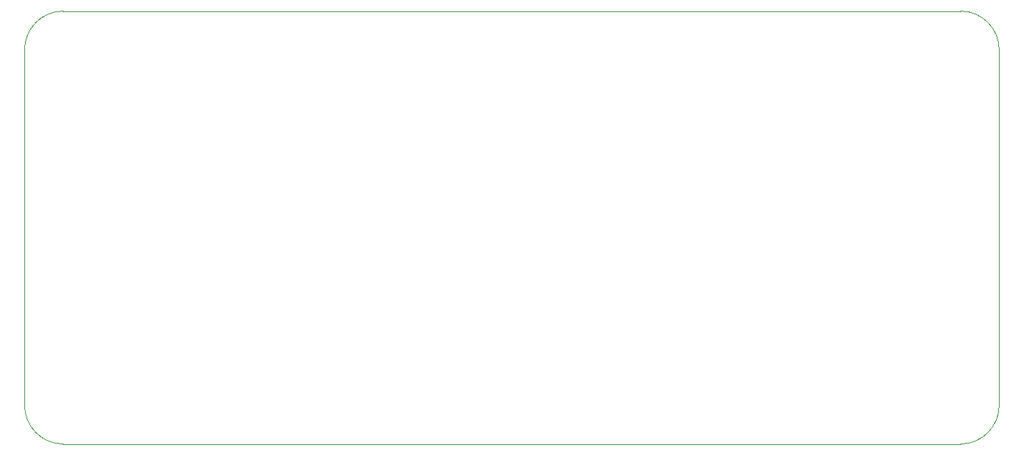
<source format=gbr>
%TF.GenerationSoftware,KiCad,Pcbnew,9.0.6-1.fc43app1*%
%TF.CreationDate,2025-12-27T19:53:42+01:00*%
%TF.ProjectId,VuMeterBoard,56754d65-7465-4724-926f-6172642e6b69,rev?*%
%TF.SameCoordinates,Original*%
%TF.FileFunction,Profile,NP*%
%FSLAX46Y46*%
G04 Gerber Fmt 4.6, Leading zero omitted, Abs format (unit mm)*
G04 Created by KiCad (PCBNEW 9.0.6-1.fc43app1) date 2025-12-27 19:53:42*
%MOMM*%
%LPD*%
G01*
G04 APERTURE LIST*
%TA.AperFunction,Profile*%
%ADD10C,0.050000*%
%TD*%
G04 APERTURE END LIST*
D10*
X106124500Y-122380500D02*
X106124500Y-80216500D01*
X216868500Y-126952500D02*
X110696500Y-126952500D01*
X221440500Y-80216500D02*
X221440500Y-122380500D01*
X110696500Y-75644500D02*
X216868500Y-75644500D01*
X106124500Y-80216500D02*
G75*
G02*
X110696500Y-75644500I4572001J-1D01*
G01*
X110696500Y-126952500D02*
G75*
G02*
X106124500Y-122380500I1J4572001D01*
G01*
X221440500Y-122380500D02*
G75*
G02*
X216868500Y-126952500I-4572000J0D01*
G01*
X216868500Y-75644500D02*
G75*
G02*
X221440500Y-80216500I0J-4572000D01*
G01*
M02*

</source>
